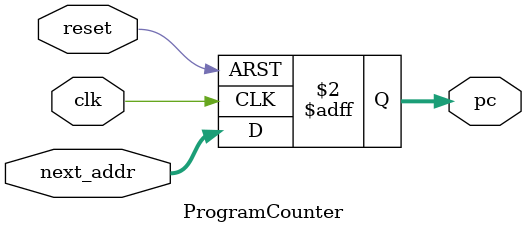
<source format=v>
module ProgramCounter(
    input clk,
    input reset,
    input [7:0] next_addr,
    output reg [7:0] pc
);
    always @(posedge clk or posedge reset) begin
        if (reset) begin
            pc <= 0; 
        end else begin
            pc <= next_addr;
        end
    end
endmodule


</source>
